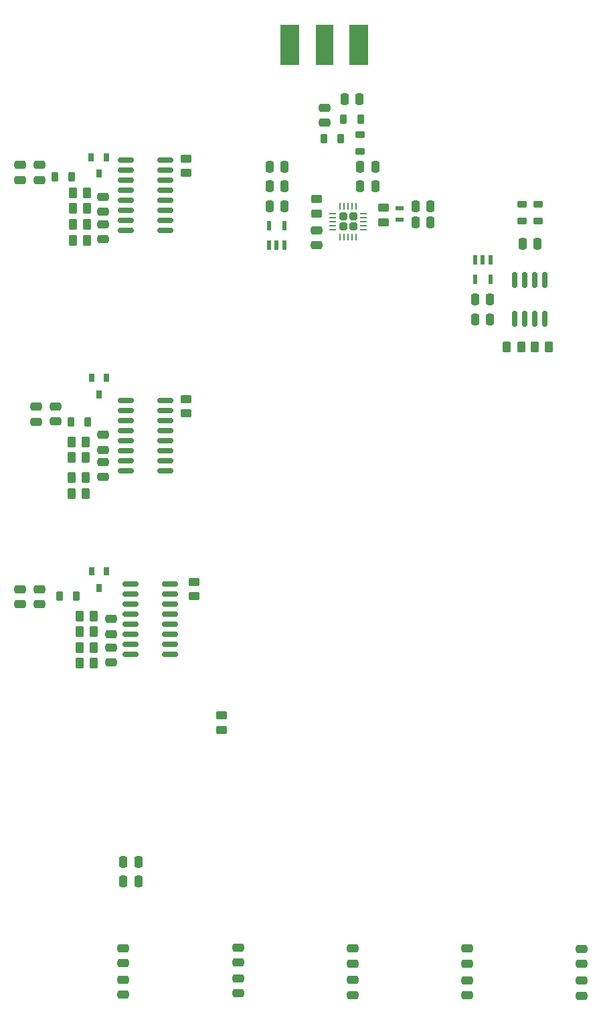
<source format=gbr>
%TF.GenerationSoftware,KiCad,Pcbnew,7.0.9*%
%TF.CreationDate,2024-08-13T21:33:33-05:00*%
%TF.ProjectId,TestStand,54657374-5374-4616-9e64-2e6b69636164,rev?*%
%TF.SameCoordinates,Original*%
%TF.FileFunction,Paste,Top*%
%TF.FilePolarity,Positive*%
%FSLAX46Y46*%
G04 Gerber Fmt 4.6, Leading zero omitted, Abs format (unit mm)*
G04 Created by KiCad (PCBNEW 7.0.9) date 2024-08-13 21:33:33*
%MOMM*%
%LPD*%
G01*
G04 APERTURE LIST*
G04 Aperture macros list*
%AMRoundRect*
0 Rectangle with rounded corners*
0 $1 Rounding radius*
0 $2 $3 $4 $5 $6 $7 $8 $9 X,Y pos of 4 corners*
0 Add a 4 corners polygon primitive as box body*
4,1,4,$2,$3,$4,$5,$6,$7,$8,$9,$2,$3,0*
0 Add four circle primitives for the rounded corners*
1,1,$1+$1,$2,$3*
1,1,$1+$1,$4,$5*
1,1,$1+$1,$6,$7*
1,1,$1+$1,$8,$9*
0 Add four rect primitives between the rounded corners*
20,1,$1+$1,$2,$3,$4,$5,0*
20,1,$1+$1,$4,$5,$6,$7,0*
20,1,$1+$1,$6,$7,$8,$9,0*
20,1,$1+$1,$8,$9,$2,$3,0*%
G04 Aperture macros list end*
%ADD10RoundRect,0.250000X0.475000X-0.250000X0.475000X0.250000X-0.475000X0.250000X-0.475000X-0.250000X0*%
%ADD11RoundRect,0.250000X0.250000X0.475000X-0.250000X0.475000X-0.250000X-0.475000X0.250000X-0.475000X0*%
%ADD12RoundRect,0.250000X0.450000X-0.262500X0.450000X0.262500X-0.450000X0.262500X-0.450000X-0.262500X0*%
%ADD13R,1.100000X0.600000*%
%ADD14R,0.558800X1.270000*%
%ADD15RoundRect,0.250000X0.255000X-0.255000X0.255000X0.255000X-0.255000X0.255000X-0.255000X-0.255000X0*%
%ADD16RoundRect,0.062500X0.062500X-0.350000X0.062500X0.350000X-0.062500X0.350000X-0.062500X-0.350000X0*%
%ADD17RoundRect,0.062500X0.350000X-0.062500X0.350000X0.062500X-0.350000X0.062500X-0.350000X-0.062500X0*%
%ADD18RoundRect,0.150000X-0.150000X0.825000X-0.150000X-0.825000X0.150000X-0.825000X0.150000X0.825000X0*%
%ADD19RoundRect,0.250000X-0.450000X0.262500X-0.450000X-0.262500X0.450000X-0.262500X0.450000X0.262500X0*%
%ADD20RoundRect,0.250000X0.262500X0.450000X-0.262500X0.450000X-0.262500X-0.450000X0.262500X-0.450000X0*%
%ADD21RoundRect,0.218750X0.218750X0.381250X-0.218750X0.381250X-0.218750X-0.381250X0.218750X-0.381250X0*%
%ADD22RoundRect,0.218750X0.381250X-0.218750X0.381250X0.218750X-0.381250X0.218750X-0.381250X-0.218750X0*%
%ADD23R,2.290000X5.080000*%
%ADD24R,2.420000X5.080000*%
%ADD25RoundRect,0.218750X-0.381250X0.218750X-0.381250X-0.218750X0.381250X-0.218750X0.381250X0.218750X0*%
%ADD26RoundRect,0.250000X-0.250000X-0.475000X0.250000X-0.475000X0.250000X0.475000X-0.250000X0.475000X0*%
%ADD27RoundRect,0.250000X-0.262500X-0.450000X0.262500X-0.450000X0.262500X0.450000X-0.262500X0.450000X0*%
%ADD28R,0.650000X1.100000*%
%ADD29RoundRect,0.150000X-0.850000X-0.150000X0.850000X-0.150000X0.850000X0.150000X-0.850000X0.150000X0*%
%ADD30RoundRect,0.250000X-0.475000X0.250000X-0.475000X-0.250000X0.475000X-0.250000X0.475000X0.250000X0*%
%ADD31RoundRect,0.218750X-0.218750X-0.381250X0.218750X-0.381250X0.218750X0.381250X-0.218750X0.381250X0*%
G04 APERTURE END LIST*
D10*
%TO.C,C37*%
X105000000Y-183512900D03*
X105000000Y-181612900D03*
%TD*%
%TO.C,C36*%
X105000000Y-187512900D03*
X105000000Y-185612900D03*
%TD*%
%TO.C,C35*%
X90568200Y-181550000D03*
X90568200Y-183450000D03*
%TD*%
%TO.C,C34*%
X90568200Y-185550000D03*
X90568200Y-187450000D03*
%TD*%
%TO.C,C33*%
X76068200Y-183437100D03*
X76068200Y-181537100D03*
%TD*%
%TO.C,C32*%
X76068200Y-187437100D03*
X76068200Y-185537100D03*
%TD*%
%TO.C,C31*%
X61636400Y-183324200D03*
X61636400Y-181424200D03*
%TD*%
%TO.C,C30*%
X61636400Y-187224200D03*
X61636400Y-185324200D03*
%TD*%
%TO.C,C29*%
X47000000Y-183387100D03*
X47000000Y-181487100D03*
%TD*%
%TO.C,C28*%
X47000000Y-187387100D03*
X47000000Y-185487100D03*
%TD*%
D11*
%TO.C,C27*%
X48950000Y-173080000D03*
X47050000Y-173080000D03*
%TD*%
%TO.C,C26*%
X48950000Y-170580000D03*
X47050000Y-170580000D03*
%TD*%
D12*
%TO.C,R20*%
X59500000Y-153912500D03*
X59500000Y-152087500D03*
%TD*%
%TO.C,R18*%
X71500000Y-88622500D03*
X71500000Y-86797500D03*
%TD*%
D13*
%TO.C,Y1*%
X82000000Y-89410000D03*
X82000000Y-88010000D03*
%TD*%
D14*
%TO.C,U8*%
X65500000Y-92648400D03*
X66452500Y-92648400D03*
X67405000Y-92648400D03*
X67405000Y-90210000D03*
X65500000Y-90210000D03*
%TD*%
D15*
%TO.C,U7*%
X76125000Y-89022500D03*
X74875000Y-89022500D03*
X74875000Y-90272500D03*
X76125000Y-90272500D03*
D16*
X74500000Y-91585000D03*
X75000000Y-91585000D03*
X75500000Y-91585000D03*
X76000000Y-91585000D03*
X76500000Y-91585000D03*
D17*
X77437500Y-90647500D03*
X77437500Y-90147500D03*
X77437500Y-89647500D03*
X77437500Y-89147500D03*
X77437500Y-88647500D03*
D16*
X76500000Y-87710000D03*
X76000000Y-87710000D03*
X75500000Y-87710000D03*
X75000000Y-87710000D03*
X74500000Y-87710000D03*
D17*
X73562500Y-88647500D03*
X73562500Y-89147500D03*
X73562500Y-89647500D03*
X73562500Y-90147500D03*
X73562500Y-90647500D03*
%TD*%
D18*
%TO.C,U6*%
X100405000Y-97025000D03*
X99135000Y-97025000D03*
X97865000Y-97025000D03*
X96595000Y-97025000D03*
X96595000Y-101975000D03*
X97865000Y-101975000D03*
X99135000Y-101975000D03*
X100405000Y-101975000D03*
%TD*%
D14*
%TO.C,U5*%
X93500000Y-94500000D03*
X92547500Y-94500000D03*
X91595000Y-94500000D03*
X91595000Y-96938400D03*
X93500000Y-96938400D03*
%TD*%
D19*
%TO.C,R19*%
X80000000Y-87885000D03*
X80000000Y-89710000D03*
%TD*%
D20*
%TO.C,R17*%
X100912500Y-105500000D03*
X99087500Y-105500000D03*
%TD*%
%TO.C,R16*%
X95587500Y-105500000D03*
X97412500Y-105500000D03*
%TD*%
D21*
%TO.C,L6*%
X74562500Y-79147500D03*
X72437500Y-79147500D03*
%TD*%
%TO.C,L5*%
X77062500Y-76710000D03*
X74937500Y-76710000D03*
%TD*%
D22*
%TO.C,L4*%
X77000000Y-80772500D03*
X77000000Y-78647500D03*
%TD*%
D23*
%TO.C,J15*%
X72500000Y-67280000D03*
D24*
X76880000Y-67280000D03*
X68120000Y-67280000D03*
%TD*%
D25*
%TO.C,FB2*%
X99500000Y-87437500D03*
X99500000Y-89562500D03*
%TD*%
%TO.C,FB1*%
X97500000Y-87437500D03*
X97500000Y-89562500D03*
%TD*%
D11*
%TO.C,C25*%
X67450000Y-87710000D03*
X65550000Y-87710000D03*
%TD*%
%TO.C,C24*%
X67450000Y-85210000D03*
X65550000Y-85210000D03*
%TD*%
%TO.C,C23*%
X67450000Y-82710000D03*
X65550000Y-82710000D03*
%TD*%
%TO.C,C22*%
X76950000Y-74210000D03*
X75050000Y-74210000D03*
%TD*%
D10*
%TO.C,C21*%
X72500000Y-77160000D03*
X72500000Y-75260000D03*
%TD*%
D26*
%TO.C,C20*%
X77050000Y-85210000D03*
X78950000Y-85210000D03*
%TD*%
%TO.C,C19*%
X77050000Y-82710000D03*
X78950000Y-82710000D03*
%TD*%
%TO.C,C18*%
X84000000Y-89710000D03*
X85900000Y-89710000D03*
%TD*%
%TO.C,C17*%
X84000000Y-87710000D03*
X85900000Y-87710000D03*
%TD*%
D10*
%TO.C,C16*%
X71500000Y-92660000D03*
X71500000Y-90760000D03*
%TD*%
D11*
%TO.C,C15*%
X93450000Y-102000000D03*
X91550000Y-102000000D03*
%TD*%
%TO.C,C14*%
X93450000Y-99500000D03*
X91550000Y-99500000D03*
%TD*%
D26*
%TO.C,C13*%
X97550000Y-92500000D03*
X99450000Y-92500000D03*
%TD*%
D10*
%TO.C,C12*%
X45500000Y-141800000D03*
X45500000Y-139900000D03*
%TD*%
D27*
%TO.C,R2*%
X40675000Y-92000000D03*
X42500000Y-92000000D03*
%TD*%
D28*
%TO.C,Q1*%
X44920000Y-81500000D03*
X43000000Y-81500000D03*
X43960000Y-83600000D03*
%TD*%
D27*
%TO.C,R3*%
X40675000Y-90000000D03*
X42500000Y-90000000D03*
%TD*%
D29*
%TO.C,U1*%
X47387500Y-81915000D03*
X47387500Y-83185000D03*
X47387500Y-84455000D03*
X47387500Y-85725000D03*
X47387500Y-86995000D03*
X47387500Y-88265000D03*
X47387500Y-89535000D03*
X47387500Y-90805000D03*
X52387500Y-90805000D03*
X52387500Y-89535000D03*
X52387500Y-88265000D03*
X52387500Y-86995000D03*
X52387500Y-85725000D03*
X52387500Y-84455000D03*
X52387500Y-83185000D03*
X52387500Y-81915000D03*
%TD*%
D10*
%TO.C,C10*%
X36500000Y-138050000D03*
X36500000Y-136150000D03*
%TD*%
D27*
%TO.C,R8*%
X40500000Y-122000000D03*
X42325000Y-122000000D03*
%TD*%
D30*
%TO.C,C7*%
X44500000Y-120050000D03*
X44500000Y-121950000D03*
%TD*%
D12*
%TO.C,R15*%
X56000000Y-137000000D03*
X56000000Y-135175000D03*
%TD*%
D31*
%TO.C,L1*%
X38375000Y-84000000D03*
X40500000Y-84000000D03*
%TD*%
D10*
%TO.C,C2*%
X44500000Y-88400000D03*
X44500000Y-86500000D03*
%TD*%
%TO.C,C6*%
X38500000Y-114900000D03*
X38500000Y-113000000D03*
%TD*%
D29*
%TO.C,U3*%
X48000000Y-135500000D03*
X48000000Y-136770000D03*
X48000000Y-138040000D03*
X48000000Y-139310000D03*
X48000000Y-140580000D03*
X48000000Y-141850000D03*
X48000000Y-143120000D03*
X48000000Y-144390000D03*
X53000000Y-144390000D03*
X53000000Y-143120000D03*
X53000000Y-141850000D03*
X53000000Y-140580000D03*
X53000000Y-139310000D03*
X53000000Y-138040000D03*
X53000000Y-136770000D03*
X53000000Y-135500000D03*
%TD*%
D27*
%TO.C,R14*%
X41500000Y-139500000D03*
X43325000Y-139500000D03*
%TD*%
D12*
%TO.C,R10*%
X55000000Y-113912500D03*
X55000000Y-112087500D03*
%TD*%
D27*
%TO.C,R11*%
X41500000Y-141500000D03*
X43325000Y-141500000D03*
%TD*%
%TO.C,R12*%
X41500000Y-145500000D03*
X43325000Y-145500000D03*
%TD*%
D10*
%TO.C,C4*%
X34000000Y-84400000D03*
X34000000Y-82500000D03*
%TD*%
D27*
%TO.C,R5*%
X40675000Y-86000000D03*
X42500000Y-86000000D03*
%TD*%
%TO.C,R6*%
X40500000Y-119500000D03*
X42325000Y-119500000D03*
%TD*%
D10*
%TO.C,C8*%
X44500000Y-118500000D03*
X44500000Y-116600000D03*
%TD*%
%TO.C,C9*%
X34000000Y-138050000D03*
X34000000Y-136150000D03*
%TD*%
D31*
%TO.C,L2*%
X40437500Y-115000000D03*
X42562500Y-115000000D03*
%TD*%
D12*
%TO.C,R1*%
X55000000Y-83500000D03*
X55000000Y-81675000D03*
%TD*%
D27*
%TO.C,R7*%
X40500000Y-124000000D03*
X42325000Y-124000000D03*
%TD*%
D10*
%TO.C,C3*%
X36500000Y-84400000D03*
X36500000Y-82500000D03*
%TD*%
%TO.C,C5*%
X36000000Y-114950000D03*
X36000000Y-113050000D03*
%TD*%
D30*
%TO.C,C1*%
X44500000Y-90000000D03*
X44500000Y-91900000D03*
%TD*%
D28*
%TO.C,Q2*%
X44960000Y-109400000D03*
X43040000Y-109400000D03*
X44000000Y-111500000D03*
%TD*%
%TO.C,Q3*%
X44960000Y-133900000D03*
X43040000Y-133900000D03*
X44000000Y-136000000D03*
%TD*%
D27*
%TO.C,R4*%
X40675000Y-88000000D03*
X42500000Y-88000000D03*
%TD*%
%TO.C,R13*%
X41500000Y-143500000D03*
X43325000Y-143500000D03*
%TD*%
D30*
%TO.C,C11*%
X45500000Y-143500000D03*
X45500000Y-145400000D03*
%TD*%
D31*
%TO.C,L3*%
X39000000Y-137000000D03*
X41125000Y-137000000D03*
%TD*%
D29*
%TO.C,U2*%
X47387500Y-112230000D03*
X47387500Y-113500000D03*
X47387500Y-114770000D03*
X47387500Y-116040000D03*
X47387500Y-117310000D03*
X47387500Y-118580000D03*
X47387500Y-119850000D03*
X47387500Y-121120000D03*
X52387500Y-121120000D03*
X52387500Y-119850000D03*
X52387500Y-118580000D03*
X52387500Y-117310000D03*
X52387500Y-116040000D03*
X52387500Y-114770000D03*
X52387500Y-113500000D03*
X52387500Y-112230000D03*
%TD*%
D27*
%TO.C,R9*%
X40500000Y-117500000D03*
X42325000Y-117500000D03*
%TD*%
M02*

</source>
